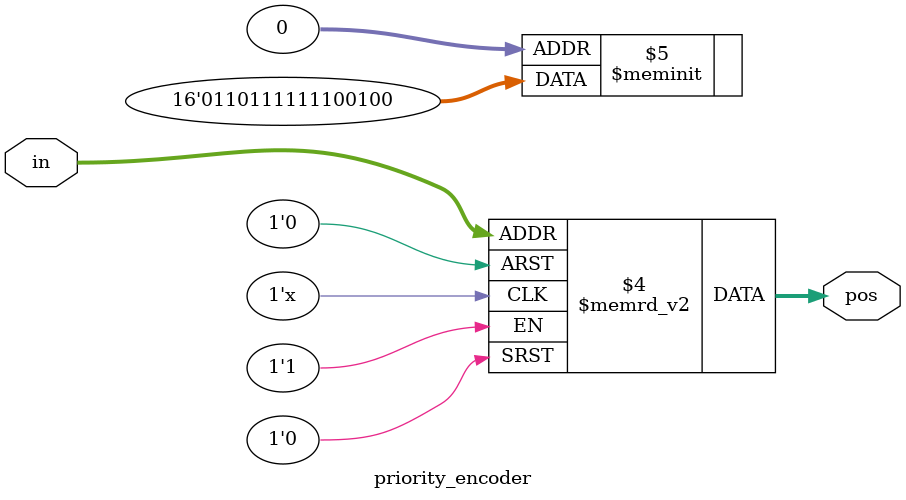
<source format=v>
module priority_encoder( 
input [2:0] in,
output reg [1:0] pos ); 
// When sel=1, assign b to out
always @(*)
begin
 case (in) 
 3'd0 : pos = 2'd0; 
 3'd1 : pos = 2'd1; 
 3'd2 : pos = 2'd2; 
 3'd3 : pos = 2'd3; 
 3'd4 : pos = 2'd3; 
 3'd5 : pos = 2'd3; 
 3'd6 : pos = 2'd2; 
 3'd7 : pos = 2'd1; 
 default: pos = 2'd0; 
 endcase
end 
endmodule

</source>
